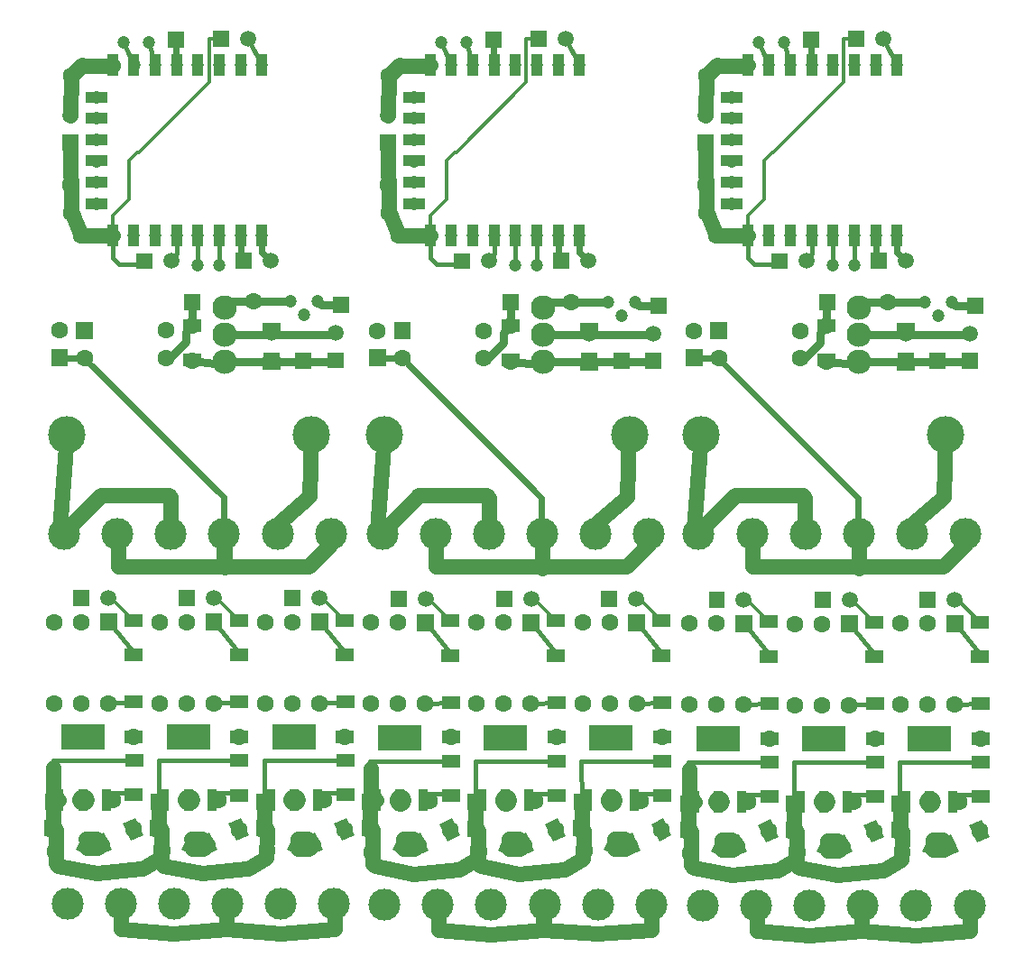
<source format=gbr>
%FSLAX34Y34*%
%MOMM*%
%LNCOPPER_TOP*%
G71*
G01*
%ADD10R, 1.050X2.000*%
%ADD11R, 2.000X1.000*%
%ADD12C, 1.400*%
%ADD13C, 1.600*%
%ADD14C, 1.200*%
%ADD15C, 1.520*%
%ADD16C, 0.400*%
%ADD17C, 0.600*%
%ADD18C, 0.300*%
%ADD19C, 3.500*%
%ADD20C, 1.600*%
%ADD21C, 3.000*%
%ADD22R, 1.800X1.300*%
%ADD23C, 2.300*%
%ADD24C, 0.800*%
%ADD25C, 1.200*%
%ADD26R, 0.900X2.000*%
%ADD27R, 4.100X2.400*%
%ADD28C, 1.600*%
%ADD29R, 1.500X1.600*%
%ADD30R, 1.600X1.600*%
%ADD31C, 2.000*%
%LPD*%
X210700Y957600D02*
G54D10*
D03*
X190700Y957600D02*
G54D10*
D03*
X170700Y957600D02*
G54D10*
D03*
X150700Y957600D02*
G54D10*
D03*
X130700Y957600D02*
G54D10*
D03*
X110700Y957600D02*
G54D10*
D03*
X90700Y957600D02*
G54D10*
D03*
X70700Y957600D02*
G54D10*
D03*
X210700Y797600D02*
G54D10*
D03*
X190700Y797600D02*
G54D10*
D03*
X170700Y797600D02*
G54D10*
D03*
X150700Y797600D02*
G54D10*
D03*
X130700Y797600D02*
G54D10*
D03*
X110700Y797600D02*
G54D10*
D03*
X90700Y797600D02*
G54D10*
D03*
X70700Y797600D02*
G54D10*
D03*
X55700Y927600D02*
G54D11*
D03*
X55700Y907600D02*
G54D11*
D03*
X55700Y887600D02*
G54D11*
D03*
X55700Y867600D02*
G54D11*
D03*
X55700Y847600D02*
G54D11*
D03*
X55700Y827600D02*
G54D11*
D03*
G54D12*
X31322Y884609D02*
X31932Y819178D01*
X33810Y817300D01*
X33810Y816300D01*
X41100Y797700D01*
X70700Y797600D01*
X32022Y947422D02*
G54D13*
D03*
X31932Y819178D02*
G54D13*
D03*
X210739Y957395D02*
G54D14*
D03*
X190739Y957395D02*
G54D14*
D03*
X170739Y957395D02*
G54D14*
D03*
X150739Y957395D02*
G54D14*
D03*
X130739Y957395D02*
G54D14*
D03*
X110739Y957395D02*
G54D14*
D03*
X90739Y957395D02*
G54D14*
D03*
X70739Y957395D02*
G54D14*
D03*
X55739Y927395D02*
G54D14*
D03*
X55739Y907395D02*
G54D14*
D03*
X55739Y887395D02*
G54D14*
D03*
X55739Y867395D02*
G54D14*
D03*
X55739Y847395D02*
G54D14*
D03*
X55739Y827395D02*
G54D14*
D03*
X70700Y797600D02*
G54D14*
D03*
X90700Y797600D02*
G54D14*
D03*
X110700Y797600D02*
G54D14*
D03*
X130700Y797600D02*
G54D14*
D03*
X150700Y797600D02*
G54D14*
D03*
X170700Y797600D02*
G54D14*
D03*
X190700Y797600D02*
G54D14*
D03*
X210700Y797600D02*
G54D14*
D03*
X41100Y797700D02*
G54D13*
D03*
G54D12*
X31322Y910009D02*
X32022Y947422D01*
X41922Y957743D01*
X41900Y957300D01*
X70400Y957300D01*
X70700Y957600D01*
X31222Y844978D02*
G54D13*
D03*
G36*
X137616Y974095D02*
X122416Y974095D01*
X122416Y989295D01*
X137616Y989295D01*
X137616Y974095D01*
G37*
G36*
X23722Y877009D02*
X23722Y892209D01*
X38922Y892209D01*
X38922Y877009D01*
X23722Y877009D01*
G37*
X31322Y910009D02*
G54D15*
D03*
G36*
X164700Y989500D02*
X179900Y989500D01*
X179900Y974300D01*
X164700Y974300D01*
X164700Y989500D01*
G37*
X197700Y981900D02*
G54D15*
D03*
G36*
X92900Y781200D02*
X108100Y781200D01*
X108100Y766000D01*
X92900Y766000D01*
X92900Y781200D01*
G37*
X125900Y773600D02*
G54D15*
D03*
G54D16*
X130700Y797200D02*
X130700Y781200D01*
X125900Y773600D01*
G54D16*
X210700Y957600D02*
X197700Y981900D01*
X104639Y979195D02*
G54D14*
D03*
X80639Y979195D02*
G54D14*
D03*
G54D16*
X90700Y957600D02*
X80700Y979134D01*
X80639Y979195D01*
X150800Y770100D02*
G54D14*
D03*
X170800Y770100D02*
G54D14*
D03*
G54D16*
X150700Y797600D02*
X150700Y770200D01*
X150800Y770100D01*
G54D16*
X170700Y797600D02*
X170700Y770200D01*
X170800Y770100D01*
G54D16*
X110700Y957600D02*
X104700Y979134D01*
X104639Y979195D01*
G54D17*
X130016Y981695D02*
X130016Y958283D01*
X130700Y957600D01*
G36*
X185700Y781500D02*
X200900Y781500D01*
X200900Y766300D01*
X185700Y766300D01*
X185700Y781500D01*
G37*
X218700Y773900D02*
G54D15*
D03*
G54D17*
X190700Y797600D02*
X190700Y776500D01*
X193300Y773900D01*
G54D17*
X210700Y797600D02*
X210700Y781900D01*
X218700Y773900D01*
G54D16*
X70700Y797600D02*
X70700Y776539D01*
X76612Y770628D01*
X97528Y770628D01*
X100500Y773600D01*
G54D18*
X70700Y797600D02*
X70700Y816700D01*
X86000Y832000D01*
X86000Y868000D01*
X94000Y876000D01*
X95000Y876000D01*
X161000Y942000D01*
X161000Y982000D01*
X172200Y982000D01*
X172300Y981900D01*
X508700Y957600D02*
G54D10*
D03*
X488700Y957600D02*
G54D10*
D03*
X468700Y957600D02*
G54D10*
D03*
X448700Y957600D02*
G54D10*
D03*
X428700Y957600D02*
G54D10*
D03*
X408700Y957600D02*
G54D10*
D03*
X388700Y957600D02*
G54D10*
D03*
X368700Y957600D02*
G54D10*
D03*
X508700Y797600D02*
G54D10*
D03*
X488700Y797600D02*
G54D10*
D03*
X468700Y797600D02*
G54D10*
D03*
X448700Y797600D02*
G54D10*
D03*
X428700Y797600D02*
G54D10*
D03*
X408700Y797600D02*
G54D10*
D03*
X388700Y797600D02*
G54D10*
D03*
X368700Y797600D02*
G54D10*
D03*
X353700Y927600D02*
G54D11*
D03*
X353700Y907600D02*
G54D11*
D03*
X353700Y887600D02*
G54D11*
D03*
X353700Y867600D02*
G54D11*
D03*
X353700Y847600D02*
G54D11*
D03*
X353700Y827600D02*
G54D11*
D03*
G54D12*
X329322Y884609D02*
X329932Y819178D01*
X331810Y817300D01*
X331810Y816300D01*
X339100Y797700D01*
X368700Y797600D01*
X330022Y947422D02*
G54D13*
D03*
X329932Y819178D02*
G54D13*
D03*
X508739Y957395D02*
G54D14*
D03*
X488739Y957395D02*
G54D14*
D03*
X468739Y957395D02*
G54D14*
D03*
X448739Y957395D02*
G54D14*
D03*
X428739Y957395D02*
G54D14*
D03*
X408739Y957395D02*
G54D14*
D03*
X388739Y957395D02*
G54D14*
D03*
X368739Y957395D02*
G54D14*
D03*
X353739Y927395D02*
G54D14*
D03*
X353739Y907395D02*
G54D14*
D03*
X353739Y887395D02*
G54D14*
D03*
X353739Y867395D02*
G54D14*
D03*
X353739Y847395D02*
G54D14*
D03*
X353739Y827395D02*
G54D14*
D03*
X368700Y797600D02*
G54D14*
D03*
X388700Y797600D02*
G54D14*
D03*
X408700Y797600D02*
G54D14*
D03*
X428700Y797600D02*
G54D14*
D03*
X448700Y797600D02*
G54D14*
D03*
X468700Y797600D02*
G54D14*
D03*
X488700Y797600D02*
G54D14*
D03*
X508700Y797600D02*
G54D14*
D03*
X339100Y797700D02*
G54D13*
D03*
G54D12*
X329322Y910009D02*
X330022Y947422D01*
X339922Y957743D01*
X339900Y957300D01*
X368400Y957300D01*
X368700Y957600D01*
X329222Y844978D02*
G54D13*
D03*
G36*
X435616Y974095D02*
X420416Y974095D01*
X420416Y989295D01*
X435616Y989295D01*
X435616Y974095D01*
G37*
G36*
X321722Y877009D02*
X321722Y892209D01*
X336922Y892209D01*
X336922Y877009D01*
X321722Y877009D01*
G37*
X329322Y910009D02*
G54D15*
D03*
G36*
X462700Y989500D02*
X477900Y989500D01*
X477900Y974300D01*
X462700Y974300D01*
X462700Y989500D01*
G37*
X495700Y981900D02*
G54D15*
D03*
G36*
X390900Y781200D02*
X406100Y781200D01*
X406100Y766000D01*
X390900Y766000D01*
X390900Y781200D01*
G37*
X423900Y773600D02*
G54D15*
D03*
G54D16*
X428700Y797200D02*
X428700Y781200D01*
X423900Y773600D01*
G54D16*
X508700Y957600D02*
X495700Y981900D01*
X402639Y979195D02*
G54D14*
D03*
X378639Y979195D02*
G54D14*
D03*
G54D16*
X388700Y957600D02*
X378700Y979134D01*
X378639Y979195D01*
X448800Y770100D02*
G54D14*
D03*
X468800Y770100D02*
G54D14*
D03*
G54D16*
X448700Y797600D02*
X448700Y770200D01*
X448800Y770100D01*
G54D16*
X468700Y797600D02*
X468700Y770200D01*
X468800Y770100D01*
G54D16*
X408700Y957600D02*
X402700Y979134D01*
X402639Y979195D01*
G54D17*
X428016Y981695D02*
X428016Y958283D01*
X428700Y957600D01*
G36*
X483700Y781500D02*
X498900Y781500D01*
X498900Y766300D01*
X483700Y766300D01*
X483700Y781500D01*
G37*
X516700Y773900D02*
G54D15*
D03*
G54D17*
X488700Y797600D02*
X488700Y776500D01*
X491300Y773900D01*
G54D17*
X508700Y797600D02*
X508700Y781900D01*
X516700Y773900D01*
G54D16*
X368700Y797600D02*
X368700Y776539D01*
X374612Y770628D01*
X395528Y770628D01*
X398500Y773600D01*
G54D18*
X368700Y797600D02*
X368700Y816700D01*
X384000Y832000D01*
X384000Y868000D01*
X392000Y876000D01*
X393000Y876000D01*
X459000Y942000D01*
X459000Y982000D01*
X470200Y982000D01*
X470300Y981900D01*
X806700Y957600D02*
G54D10*
D03*
X786700Y957600D02*
G54D10*
D03*
X766700Y957600D02*
G54D10*
D03*
X746700Y957600D02*
G54D10*
D03*
X726700Y957600D02*
G54D10*
D03*
X706700Y957600D02*
G54D10*
D03*
X686700Y957600D02*
G54D10*
D03*
X666700Y957600D02*
G54D10*
D03*
X806700Y797600D02*
G54D10*
D03*
X786700Y797600D02*
G54D10*
D03*
X766700Y797600D02*
G54D10*
D03*
X746700Y797600D02*
G54D10*
D03*
X726700Y797600D02*
G54D10*
D03*
X706700Y797600D02*
G54D10*
D03*
X686700Y797600D02*
G54D10*
D03*
X666700Y797600D02*
G54D10*
D03*
X651700Y927600D02*
G54D11*
D03*
X651700Y907600D02*
G54D11*
D03*
X651700Y887600D02*
G54D11*
D03*
X651700Y867600D02*
G54D11*
D03*
X651700Y847600D02*
G54D11*
D03*
X651700Y827600D02*
G54D11*
D03*
G54D12*
X627322Y884609D02*
X627932Y819178D01*
X629810Y817300D01*
X629810Y816300D01*
X637100Y797700D01*
X666700Y797600D01*
X628022Y947422D02*
G54D13*
D03*
X627932Y819178D02*
G54D13*
D03*
X806739Y957395D02*
G54D14*
D03*
X786739Y957395D02*
G54D14*
D03*
X766739Y957395D02*
G54D14*
D03*
X746739Y957395D02*
G54D14*
D03*
X726739Y957395D02*
G54D14*
D03*
X706739Y957395D02*
G54D14*
D03*
X686739Y957395D02*
G54D14*
D03*
X666739Y957395D02*
G54D14*
D03*
X651739Y927395D02*
G54D14*
D03*
X651739Y907395D02*
G54D14*
D03*
X651739Y887395D02*
G54D14*
D03*
X651739Y867395D02*
G54D14*
D03*
X651739Y847395D02*
G54D14*
D03*
X651739Y827395D02*
G54D14*
D03*
X666700Y797600D02*
G54D14*
D03*
X686700Y797600D02*
G54D14*
D03*
X706700Y797600D02*
G54D14*
D03*
X726700Y797600D02*
G54D14*
D03*
X746700Y797600D02*
G54D14*
D03*
X766700Y797600D02*
G54D14*
D03*
X786700Y797600D02*
G54D14*
D03*
X806700Y797600D02*
G54D14*
D03*
X637100Y797700D02*
G54D13*
D03*
G54D12*
X627322Y910009D02*
X628022Y947422D01*
X637922Y957743D01*
X637900Y957300D01*
X666400Y957300D01*
X666700Y957600D01*
X627222Y844978D02*
G54D13*
D03*
G36*
X733616Y974095D02*
X718416Y974095D01*
X718416Y989295D01*
X733616Y989295D01*
X733616Y974095D01*
G37*
G36*
X619722Y877009D02*
X619722Y892209D01*
X634922Y892209D01*
X634922Y877009D01*
X619722Y877009D01*
G37*
X627322Y910009D02*
G54D15*
D03*
G36*
X760700Y989500D02*
X775900Y989500D01*
X775900Y974300D01*
X760700Y974300D01*
X760700Y989500D01*
G37*
X793700Y981900D02*
G54D15*
D03*
G36*
X688900Y781200D02*
X704100Y781200D01*
X704100Y766000D01*
X688900Y766000D01*
X688900Y781200D01*
G37*
X721900Y773600D02*
G54D15*
D03*
G54D16*
X726700Y797200D02*
X726700Y781200D01*
X721900Y773600D01*
G54D16*
X806700Y957600D02*
X793700Y981900D01*
X700639Y979195D02*
G54D14*
D03*
X676639Y979195D02*
G54D14*
D03*
G54D16*
X686700Y957600D02*
X676700Y979134D01*
X676639Y979195D01*
X746800Y770100D02*
G54D14*
D03*
X766800Y770100D02*
G54D14*
D03*
G54D16*
X746700Y797600D02*
X746700Y770200D01*
X746800Y770100D01*
G54D16*
X766700Y797600D02*
X766700Y770200D01*
X766800Y770100D01*
G54D16*
X706700Y957600D02*
X700700Y979134D01*
X700639Y979195D01*
G54D17*
X726016Y981695D02*
X726016Y958283D01*
X726700Y957600D01*
G36*
X781700Y781500D02*
X796900Y781500D01*
X796900Y766300D01*
X781700Y766300D01*
X781700Y781500D01*
G37*
X814700Y773900D02*
G54D15*
D03*
G54D17*
X786700Y797600D02*
X786700Y776500D01*
X789300Y773900D01*
G54D17*
X806700Y797600D02*
X806700Y781900D01*
X814700Y773900D01*
G54D16*
X666700Y797600D02*
X666700Y776539D01*
X672612Y770628D01*
X693528Y770628D01*
X696500Y773600D01*
G54D18*
X666700Y797600D02*
X666700Y816700D01*
X682000Y832000D01*
X682000Y868000D01*
X690000Y876000D01*
X691000Y876000D01*
X757000Y942000D01*
X757000Y982000D01*
X768200Y982000D01*
X768300Y981900D01*
X27320Y610700D02*
G54D19*
D03*
X257320Y610700D02*
G54D19*
D03*
X27320Y610700D02*
G54D19*
D03*
X257320Y610700D02*
G54D19*
D03*
X27320Y610700D02*
G54D19*
D03*
X257320Y610700D02*
G54D19*
D03*
G36*
X36332Y716461D02*
X52332Y716461D01*
X52332Y700461D01*
X36332Y700461D01*
X36332Y716461D01*
G37*
X44332Y682961D02*
G54D20*
D03*
X120832Y708461D02*
G54D20*
D03*
X120832Y682961D02*
G54D20*
D03*
X20885Y708696D02*
G54D13*
D03*
G36*
X12885Y675296D02*
X12885Y691296D01*
X28885Y691296D01*
X28885Y675296D01*
X12885Y675296D01*
G37*
X202877Y735724D02*
G54D13*
D03*
X275380Y517700D02*
G54D21*
D03*
X225380Y517700D02*
G54D21*
D03*
X175380Y517700D02*
G54D21*
D03*
X125380Y517700D02*
G54D21*
D03*
X75400Y517700D02*
G54D21*
D03*
X25400Y517700D02*
G54D21*
D03*
G54D12*
X275380Y517700D02*
X275380Y508080D01*
X254500Y487200D01*
X176900Y487200D01*
X175600Y485900D01*
X175600Y517480D01*
X175380Y517700D01*
X175380Y488720D01*
X176900Y487200D01*
X75600Y487200D01*
X75600Y517500D01*
X75400Y517700D01*
G54D12*
X225380Y517700D02*
X225380Y526880D01*
X255400Y552900D01*
X256720Y610100D01*
X257320Y610700D01*
G54D12*
X27320Y610700D02*
X21000Y522100D01*
X25400Y517700D01*
G54D12*
X25400Y517700D02*
X25400Y519400D01*
X59900Y553900D01*
X123300Y553900D01*
X125300Y551900D01*
X125300Y517780D01*
X125380Y517700D01*
X145647Y713473D02*
G54D22*
D03*
X145547Y680973D02*
G54D22*
D03*
X176001Y730403D02*
G54D23*
D03*
X176001Y705003D02*
G54D23*
D03*
X176001Y679603D02*
G54D23*
D03*
X176001Y730403D02*
G54D23*
D03*
X176001Y705003D02*
G54D23*
D03*
X176001Y679603D02*
G54D23*
D03*
X145547Y679973D02*
G54D13*
D03*
G36*
X272271Y672879D02*
X272271Y688079D01*
X287471Y688079D01*
X287471Y672879D01*
X272271Y672879D01*
G37*
X279871Y705879D02*
G54D15*
D03*
G54D24*
X176001Y679603D02*
X278994Y679603D01*
X279871Y680479D01*
G54D24*
X176001Y705003D02*
X278994Y705003D01*
X279871Y705879D01*
G54D24*
X120832Y682961D02*
X124558Y682961D01*
X139000Y697403D01*
X139000Y706826D01*
X145647Y713473D01*
X145628Y735473D01*
X145706Y735395D01*
G36*
X212271Y672879D02*
X212271Y688079D01*
X227471Y688079D01*
X227471Y672879D01*
X212271Y672879D01*
G37*
X219871Y705879D02*
G54D15*
D03*
G36*
X138106Y742995D02*
X153306Y742995D01*
X153306Y727795D01*
X138106Y727795D01*
X138106Y742995D01*
G37*
X219871Y709879D02*
G54D22*
D03*
X219771Y677379D02*
G54D22*
D03*
X237600Y735550D02*
G54D25*
D03*
X250300Y722850D02*
G54D25*
D03*
X263000Y735550D02*
G54D25*
D03*
X237600Y735550D02*
G54D25*
D03*
X250300Y722850D02*
G54D25*
D03*
X263000Y735550D02*
G54D25*
D03*
X145647Y713473D02*
G54D13*
D03*
G54D24*
X145547Y679973D02*
X173371Y676973D01*
X176001Y679603D01*
G36*
X242106Y687995D02*
X257306Y687995D01*
X257306Y672795D01*
X242106Y672795D01*
X242106Y687995D01*
G37*
G36*
X277106Y739995D02*
X292306Y739995D01*
X292306Y724795D01*
X277106Y724795D01*
X277106Y739995D01*
G37*
G54D24*
X237600Y735550D02*
X181148Y735550D01*
X176001Y730403D01*
G54D24*
X284706Y732395D02*
X266155Y732395D01*
X263000Y735550D01*
G54D17*
X175000Y517000D02*
X175000Y552000D01*
X44000Y683000D01*
X20000Y683000D01*
X325614Y610305D02*
G54D19*
D03*
X555614Y610305D02*
G54D19*
D03*
X325614Y610305D02*
G54D19*
D03*
X555614Y610305D02*
G54D19*
D03*
X325614Y610305D02*
G54D19*
D03*
X555614Y610305D02*
G54D19*
D03*
G36*
X334626Y716066D02*
X350626Y716066D01*
X350626Y700066D01*
X334626Y700066D01*
X334626Y716066D01*
G37*
X342626Y682566D02*
G54D20*
D03*
X419126Y708066D02*
G54D20*
D03*
X419126Y682566D02*
G54D20*
D03*
X319179Y708301D02*
G54D13*
D03*
G36*
X311179Y674901D02*
X311179Y690901D01*
X327179Y690901D01*
X327179Y674901D01*
X311179Y674901D01*
G37*
X501171Y735329D02*
G54D13*
D03*
X573674Y517304D02*
G54D21*
D03*
X523674Y517304D02*
G54D21*
D03*
X473674Y517304D02*
G54D21*
D03*
X423674Y517304D02*
G54D21*
D03*
X373694Y517305D02*
G54D21*
D03*
X323694Y517305D02*
G54D21*
D03*
G54D12*
X573674Y517304D02*
X573674Y507685D01*
X552794Y486805D01*
X475194Y486805D01*
X473894Y485505D01*
X473894Y517084D01*
X473674Y517304D01*
X473674Y488325D01*
X475194Y486805D01*
X373894Y486805D01*
X373894Y517105D01*
X373694Y517305D01*
G54D12*
X523674Y517304D02*
X523674Y526485D01*
X553694Y552505D01*
X555014Y609705D01*
X555614Y610305D01*
G54D12*
X325614Y610305D02*
X319294Y521705D01*
X323694Y517305D01*
G54D12*
X323694Y517305D02*
X323694Y519005D01*
X358194Y553505D01*
X421594Y553505D01*
X423594Y551505D01*
X423594Y517384D01*
X423674Y517304D01*
X443942Y713078D02*
G54D22*
D03*
X443842Y680578D02*
G54D22*
D03*
X474295Y730007D02*
G54D23*
D03*
X474295Y704607D02*
G54D23*
D03*
X474295Y679207D02*
G54D23*
D03*
X474295Y730007D02*
G54D23*
D03*
X474295Y704607D02*
G54D23*
D03*
X474295Y679207D02*
G54D23*
D03*
X443842Y679578D02*
G54D13*
D03*
G36*
X570565Y672484D02*
X570565Y687684D01*
X585765Y687684D01*
X585765Y672484D01*
X570565Y672484D01*
G37*
X578165Y705484D02*
G54D15*
D03*
G54D24*
X474295Y679207D02*
X577289Y679207D01*
X578165Y680084D01*
G54D24*
X474295Y704607D02*
X577289Y704607D01*
X578165Y705484D01*
G54D24*
X419126Y682566D02*
X422852Y682566D01*
X437295Y697008D01*
X437295Y706430D01*
X443942Y713078D01*
X443922Y735078D01*
X444000Y735000D01*
G36*
X510565Y672484D02*
X510565Y687684D01*
X525765Y687684D01*
X525765Y672484D01*
X510565Y672484D01*
G37*
X518165Y705484D02*
G54D15*
D03*
G36*
X436400Y742600D02*
X451600Y742600D01*
X451600Y727400D01*
X436400Y727400D01*
X436400Y742600D01*
G37*
X518165Y709484D02*
G54D22*
D03*
X518065Y676984D02*
G54D22*
D03*
X535894Y735155D02*
G54D25*
D03*
X548594Y722455D02*
G54D25*
D03*
X561294Y735155D02*
G54D25*
D03*
X535894Y735155D02*
G54D25*
D03*
X548594Y722455D02*
G54D25*
D03*
X561294Y735155D02*
G54D25*
D03*
X443942Y713078D02*
G54D13*
D03*
G54D24*
X443842Y679578D02*
X471665Y676578D01*
X474295Y679207D01*
G36*
X540400Y672400D02*
X555600Y672400D01*
X555600Y687600D01*
X540400Y687600D01*
X540400Y672400D01*
G37*
G36*
X575400Y739600D02*
X590600Y739600D01*
X590600Y724400D01*
X575400Y724400D01*
X575400Y739600D01*
G37*
G54D24*
X535894Y735155D02*
X479442Y735155D01*
X474295Y730007D01*
G54D24*
X583000Y732000D02*
X564449Y732000D01*
X561294Y735155D01*
G54D17*
X473294Y516605D02*
X473294Y551605D01*
X342294Y682605D01*
X318294Y682605D01*
X622614Y610305D02*
G54D19*
D03*
X852614Y610305D02*
G54D19*
D03*
X622614Y610305D02*
G54D19*
D03*
X852614Y610305D02*
G54D19*
D03*
X622614Y610305D02*
G54D19*
D03*
X852614Y610305D02*
G54D19*
D03*
G36*
X631626Y700066D02*
X647626Y700066D01*
X647626Y716066D01*
X631626Y716066D01*
X631626Y700066D01*
G37*
X639626Y682566D02*
G54D20*
D03*
X716126Y708066D02*
G54D20*
D03*
X716126Y682566D02*
G54D20*
D03*
X616179Y708301D02*
G54D13*
D03*
G36*
X624179Y674901D02*
X624179Y690901D01*
X608179Y690901D01*
X608179Y674901D01*
X624179Y674901D01*
G37*
X798171Y735329D02*
G54D13*
D03*
X870674Y517304D02*
G54D21*
D03*
X820674Y517304D02*
G54D21*
D03*
X770674Y517304D02*
G54D21*
D03*
X720674Y517304D02*
G54D21*
D03*
X670694Y517305D02*
G54D21*
D03*
X620694Y517305D02*
G54D21*
D03*
G54D12*
X870674Y517304D02*
X870674Y507685D01*
X849794Y486805D01*
X772194Y486805D01*
X770894Y485505D01*
X770894Y517084D01*
X770674Y517304D01*
X770674Y488325D01*
X772194Y486805D01*
X670894Y486805D01*
X670894Y517105D01*
X670694Y517305D01*
G54D12*
X820674Y517304D02*
X820674Y526485D01*
X850694Y552505D01*
X852014Y609705D01*
X852614Y610305D01*
G54D12*
X622614Y610305D02*
X616294Y521705D01*
X620694Y517305D01*
G54D12*
X620694Y517305D02*
X620694Y519005D01*
X655194Y553505D01*
X718594Y553505D01*
X720594Y551505D01*
X720594Y517384D01*
X720674Y517304D01*
X740942Y713078D02*
G54D22*
D03*
X740842Y680578D02*
G54D22*
D03*
X771295Y730007D02*
G54D23*
D03*
X771295Y704607D02*
G54D23*
D03*
X771295Y679207D02*
G54D23*
D03*
X771295Y730007D02*
G54D23*
D03*
X771295Y704607D02*
G54D23*
D03*
X771295Y679207D02*
G54D23*
D03*
X740842Y679578D02*
G54D13*
D03*
G36*
X867565Y672484D02*
X867565Y687684D01*
X882765Y687684D01*
X882765Y672484D01*
X867565Y672484D01*
G37*
X875165Y705484D02*
G54D15*
D03*
G54D24*
X771295Y679207D02*
X874289Y679207D01*
X875165Y680084D01*
G54D24*
X771295Y704607D02*
X874289Y704607D01*
X875165Y705484D01*
G54D24*
X716126Y682566D02*
X719852Y682566D01*
X734295Y697008D01*
X734295Y706430D01*
X740942Y713078D01*
X740922Y735078D01*
X741000Y735000D01*
G36*
X807565Y672484D02*
X807565Y687684D01*
X822765Y687684D01*
X822765Y672484D01*
X807565Y672484D01*
G37*
X815165Y705484D02*
G54D15*
D03*
G36*
X733400Y742600D02*
X748600Y742600D01*
X748600Y727400D01*
X733400Y727400D01*
X733400Y742600D01*
G37*
X815165Y709484D02*
G54D22*
D03*
X815065Y676984D02*
G54D22*
D03*
X832894Y735155D02*
G54D25*
D03*
X845594Y722455D02*
G54D25*
D03*
X858294Y735155D02*
G54D25*
D03*
X832894Y735155D02*
G54D25*
D03*
X845594Y722455D02*
G54D25*
D03*
X858294Y735155D02*
G54D25*
D03*
X740942Y713078D02*
G54D13*
D03*
G54D24*
X740842Y679578D02*
X768665Y676578D01*
X771295Y679207D01*
G36*
X837400Y687600D02*
X852600Y687600D01*
X852600Y672400D01*
X837400Y672400D01*
X837400Y687600D01*
G37*
G36*
X872400Y739600D02*
X887600Y739600D01*
X887600Y724400D01*
X872400Y724400D01*
X872400Y739600D01*
G37*
G54D24*
X832894Y735155D02*
X776442Y735155D01*
X771295Y730007D01*
G54D24*
X880000Y732000D02*
X861449Y732000D01*
X858294Y735155D01*
G54D17*
X770294Y516605D02*
X770294Y551605D01*
X639294Y682605D01*
X615294Y682605D01*
X278454Y170129D02*
G54D21*
D03*
X228454Y170129D02*
G54D21*
D03*
G54D12*
X177454Y170129D02*
X177454Y146529D01*
X228154Y142529D01*
X278954Y146529D01*
X278454Y170129D01*
X178454Y170129D02*
G54D21*
D03*
X128454Y170129D02*
G54D21*
D03*
X20372Y268001D02*
G54D26*
D03*
X42572Y268001D02*
G54D26*
D03*
X64872Y268001D02*
G54D26*
D03*
X42572Y326800D02*
G54D27*
D03*
G36*
X15135Y248659D02*
X23020Y244982D01*
X16258Y230481D01*
X8373Y234158D01*
X15135Y248659D01*
G37*
G36*
X42687Y235811D02*
X50572Y232134D01*
X43810Y217633D01*
X35925Y221310D01*
X42687Y235811D01*
G37*
G36*
X74654Y426929D02*
X58654Y426929D01*
X58654Y442929D01*
X74654Y442929D01*
X74654Y426929D01*
G37*
X41254Y434929D02*
G54D28*
D03*
X15854Y434929D02*
G54D28*
D03*
X15854Y358729D02*
G54D28*
D03*
X41254Y358729D02*
G54D28*
D03*
X66654Y358729D02*
G54D28*
D03*
X90575Y327228D02*
G54D22*
D03*
X90675Y359729D02*
G54D22*
D03*
X90735Y304972D02*
G54D22*
D03*
X90635Y272472D02*
G54D22*
D03*
G36*
X50669Y231990D02*
X62450Y237484D01*
X70058Y221171D01*
X58276Y215677D01*
X50669Y231990D01*
G37*
G36*
X80166Y245635D02*
X91948Y251129D01*
X99555Y234815D01*
X87773Y229321D01*
X80166Y245635D01*
G37*
X14433Y241587D02*
G54D29*
D03*
X41685Y266764D02*
G54D13*
D03*
X15099Y266240D02*
G54D13*
D03*
X17196Y238170D02*
G54D13*
D03*
X89963Y240225D02*
G54D13*
D03*
X14999Y266240D02*
G54D30*
D03*
G54D31*
X43168Y267781D02*
X43362Y267955D01*
X70685Y267764D02*
G54D13*
D03*
G54D16*
X64072Y274501D02*
X88607Y274501D01*
X90635Y272472D01*
G54D16*
X90735Y304972D02*
X14919Y304872D01*
X14775Y304829D01*
X14999Y266240D01*
X15099Y266240D01*
G54D16*
X90675Y359729D02*
X67057Y358729D01*
X90229Y436557D02*
G54D22*
D03*
X90129Y404057D02*
G54D22*
D03*
X90575Y327228D02*
G54D13*
D03*
G54D16*
X90129Y404057D02*
X90129Y406257D01*
X67057Y434929D01*
X78454Y170129D02*
G54D21*
D03*
X28454Y170129D02*
G54D21*
D03*
G54D12*
X46254Y222429D02*
X56211Y222429D01*
X60363Y226580D01*
X50902Y226580D01*
X45754Y231729D01*
X55215Y231729D01*
X60363Y226580D01*
X119397Y267872D02*
G54D26*
D03*
X141597Y267872D02*
G54D26*
D03*
X163897Y267872D02*
G54D26*
D03*
X141597Y326672D02*
G54D27*
D03*
G36*
X114160Y248532D02*
X122045Y244855D01*
X115283Y230354D01*
X107398Y234031D01*
X114160Y248532D01*
G37*
G36*
X141712Y235684D02*
X149597Y232007D01*
X142835Y217506D01*
X134950Y221183D01*
X141712Y235684D01*
G37*
G36*
X173679Y426800D02*
X157679Y426800D01*
X157679Y442800D01*
X173679Y442800D01*
X173679Y426800D01*
G37*
X140279Y434800D02*
G54D28*
D03*
X114879Y434800D02*
G54D28*
D03*
X114879Y358600D02*
G54D28*
D03*
X140279Y358600D02*
G54D28*
D03*
X165679Y358600D02*
G54D28*
D03*
X189600Y327100D02*
G54D22*
D03*
X189700Y359600D02*
G54D22*
D03*
X189760Y304844D02*
G54D22*
D03*
X189660Y272344D02*
G54D22*
D03*
G36*
X149693Y231862D02*
X161475Y237356D01*
X169082Y221042D01*
X157300Y215548D01*
X149693Y231862D01*
G37*
G36*
X179191Y245506D02*
X190973Y251000D01*
X198580Y234686D01*
X186798Y229192D01*
X179191Y245506D01*
G37*
X113458Y241459D02*
G54D29*
D03*
X140710Y266636D02*
G54D13*
D03*
X114124Y266111D02*
G54D13*
D03*
X116222Y238042D02*
G54D13*
D03*
X188988Y240096D02*
G54D13*
D03*
X114024Y266111D02*
G54D30*
D03*
G54D31*
X142193Y267653D02*
X142387Y267826D01*
X169710Y267636D02*
G54D13*
D03*
G54D16*
X163097Y274372D02*
X187632Y274372D01*
X189660Y272344D01*
G54D16*
X189760Y304844D02*
X113944Y304744D01*
X113800Y304700D01*
X114024Y266111D01*
X114124Y266111D01*
G54D16*
X189700Y359600D02*
X166082Y358600D01*
X189254Y436429D02*
G54D22*
D03*
X189154Y403929D02*
G54D22*
D03*
X189600Y327100D02*
G54D13*
D03*
G54D16*
X189154Y403929D02*
X189154Y406128D01*
X166082Y434800D01*
G54D12*
X145279Y222300D02*
X155236Y222300D01*
X159388Y226452D01*
X149927Y226452D01*
X144779Y231600D01*
X154240Y231600D01*
X159388Y226452D01*
X218597Y267972D02*
G54D26*
D03*
X240797Y267972D02*
G54D26*
D03*
X263097Y267972D02*
G54D26*
D03*
X240797Y326772D02*
G54D27*
D03*
G36*
X213360Y248630D02*
X221245Y244953D01*
X214483Y230453D01*
X206598Y234130D01*
X213360Y248630D01*
G37*
G36*
X240912Y235783D02*
X248797Y232106D01*
X242035Y217605D01*
X234150Y221282D01*
X240912Y235783D01*
G37*
G36*
X272879Y442900D02*
X256879Y442900D01*
X256879Y426900D01*
X272879Y426900D01*
X272879Y442900D01*
G37*
X239479Y434900D02*
G54D28*
D03*
X214079Y434900D02*
G54D28*
D03*
X214079Y358700D02*
G54D28*
D03*
X239479Y358700D02*
G54D28*
D03*
X264879Y358700D02*
G54D28*
D03*
X288800Y327200D02*
G54D22*
D03*
X288900Y359700D02*
G54D22*
D03*
X288960Y304944D02*
G54D22*
D03*
X288860Y272444D02*
G54D22*
D03*
G36*
X248893Y231961D02*
X260675Y237455D01*
X268282Y221142D01*
X256501Y215648D01*
X248893Y231961D01*
G37*
G36*
X278390Y245606D02*
X290173Y251100D01*
X297780Y234786D01*
X285997Y229292D01*
X278390Y245606D01*
G37*
X212658Y241559D02*
G54D29*
D03*
X239910Y266736D02*
G54D13*
D03*
X213324Y266211D02*
G54D13*
D03*
X215422Y238142D02*
G54D13*
D03*
X288188Y240196D02*
G54D13*
D03*
X213224Y266211D02*
G54D30*
D03*
G54D31*
X241393Y267753D02*
X241587Y267926D01*
X268910Y267736D02*
G54D13*
D03*
G54D16*
X262297Y274472D02*
X286832Y274472D01*
X288860Y272444D01*
G54D16*
X288960Y304944D02*
X213144Y304844D01*
X213000Y304800D01*
X213224Y266211D01*
X213324Y266211D01*
G54D16*
X288900Y359700D02*
X265282Y358700D01*
X288454Y436529D02*
G54D22*
D03*
X288354Y404029D02*
G54D22*
D03*
X288800Y327200D02*
G54D13*
D03*
G54D16*
X288354Y404029D02*
X288354Y406228D01*
X265282Y434900D01*
G54D12*
X244479Y222400D02*
X254436Y222400D01*
X258588Y226552D01*
X249127Y226552D01*
X243979Y231700D01*
X253440Y231700D01*
X258588Y226552D01*
G54D12*
X15254Y298029D02*
X15254Y273119D01*
X20372Y268001D01*
G54D12*
X14999Y266240D02*
X14999Y240368D01*
X17196Y238170D01*
G54D12*
X114024Y266111D02*
X114024Y240239D01*
X116222Y238042D01*
G54D12*
X213324Y266211D02*
X213324Y240339D01*
X215522Y238142D01*
G54D12*
X78754Y170529D02*
X78754Y146929D01*
X79154Y146529D01*
X127954Y142129D01*
X177454Y146529D01*
X178454Y170129D01*
G54D12*
X17196Y238170D02*
X17196Y208386D01*
X19454Y206129D01*
X55454Y199129D01*
X97454Y203129D01*
X98454Y203129D01*
X115454Y213274D01*
X116222Y238042D01*
G54D12*
X116222Y238042D02*
X116222Y208257D01*
X118479Y206000D01*
X154479Y199000D01*
X196479Y203000D01*
X197479Y203000D01*
X214479Y213145D01*
X215246Y237913D01*
X16675Y219507D02*
G54D13*
D03*
X116975Y220207D02*
G54D13*
D03*
X215775Y220607D02*
G54D13*
D03*
G36*
X33754Y464929D02*
X48954Y464929D01*
X48954Y449729D01*
X33754Y449729D01*
X33754Y464929D01*
G37*
X66754Y457329D02*
G54D15*
D03*
G36*
X132854Y464929D02*
X148054Y464929D01*
X148054Y449729D01*
X132854Y449729D01*
X132854Y464929D01*
G37*
X165854Y457329D02*
G54D15*
D03*
G36*
X231754Y449729D02*
X246954Y449729D01*
X246954Y464929D01*
X231754Y464929D01*
X231754Y449729D01*
G37*
X264754Y457329D02*
G54D15*
D03*
G54D18*
X66754Y457329D02*
X69458Y457329D01*
X90229Y436557D01*
G54D18*
X165854Y457329D02*
X168354Y457329D01*
X189254Y436429D01*
G54D18*
X264754Y457329D02*
X267654Y457329D01*
X288454Y436529D01*
X575954Y169629D02*
G54D21*
D03*
X525954Y169629D02*
G54D21*
D03*
G54D12*
X474954Y169629D02*
X474954Y146029D01*
X525654Y142029D01*
X576454Y146029D01*
X575954Y169629D01*
X475954Y169629D02*
G54D21*
D03*
X425954Y169629D02*
G54D21*
D03*
X317872Y267501D02*
G54D26*
D03*
X340072Y267501D02*
G54D26*
D03*
X362372Y267501D02*
G54D26*
D03*
X340072Y326300D02*
G54D27*
D03*
G36*
X312635Y248159D02*
X320520Y244482D01*
X313758Y229981D01*
X305873Y233658D01*
X312635Y248159D01*
G37*
G36*
X340187Y235311D02*
X348072Y231634D01*
X341310Y217133D01*
X333425Y220810D01*
X340187Y235311D01*
G37*
G36*
X372154Y426429D02*
X356154Y426429D01*
X356154Y442429D01*
X372154Y442429D01*
X372154Y426429D01*
G37*
X338754Y434429D02*
G54D28*
D03*
X313354Y434429D02*
G54D28*
D03*
X313354Y358229D02*
G54D28*
D03*
X338754Y358229D02*
G54D28*
D03*
X364154Y358229D02*
G54D28*
D03*
X388075Y326728D02*
G54D22*
D03*
X388175Y359229D02*
G54D22*
D03*
X388235Y304472D02*
G54D22*
D03*
X388135Y271972D02*
G54D22*
D03*
G36*
X348169Y231490D02*
X359950Y236984D01*
X367558Y220671D01*
X355776Y215177D01*
X348169Y231490D01*
G37*
G36*
X377666Y245135D02*
X389448Y250629D01*
X397055Y234315D01*
X385273Y228821D01*
X377666Y245135D01*
G37*
X311933Y241087D02*
G54D29*
D03*
X339185Y266264D02*
G54D13*
D03*
X312599Y265740D02*
G54D13*
D03*
X314696Y237670D02*
G54D13*
D03*
X387463Y239725D02*
G54D13*
D03*
X312499Y265740D02*
G54D30*
D03*
G54D31*
X340668Y267281D02*
X340862Y267455D01*
X368185Y267264D02*
G54D13*
D03*
G54D16*
X361572Y274001D02*
X386107Y274001D01*
X388135Y271972D01*
G54D16*
X388235Y304472D02*
X312419Y304372D01*
X312275Y304329D01*
X312499Y265740D01*
X312599Y265740D01*
G54D16*
X388175Y359229D02*
X364557Y358229D01*
X387729Y436057D02*
G54D22*
D03*
X387629Y403557D02*
G54D22*
D03*
X388075Y326728D02*
G54D13*
D03*
G54D16*
X387629Y403557D02*
X387629Y405757D01*
X364557Y434429D01*
X375954Y169629D02*
G54D21*
D03*
X325954Y169629D02*
G54D21*
D03*
G54D12*
X343754Y221929D02*
X353711Y221929D01*
X357863Y226080D01*
X348402Y226080D01*
X343254Y231229D01*
X352715Y231229D01*
X357863Y226080D01*
X416897Y267372D02*
G54D26*
D03*
X439097Y267372D02*
G54D26*
D03*
X461397Y267372D02*
G54D26*
D03*
X439097Y326172D02*
G54D27*
D03*
G36*
X411660Y248032D02*
X419545Y244355D01*
X412783Y229854D01*
X404898Y233531D01*
X411660Y248032D01*
G37*
G36*
X439212Y235184D02*
X447097Y231507D01*
X440335Y217006D01*
X432450Y220683D01*
X439212Y235184D01*
G37*
G36*
X471179Y426300D02*
X455179Y426300D01*
X455179Y442300D01*
X471179Y442300D01*
X471179Y426300D01*
G37*
X437779Y434300D02*
G54D28*
D03*
X412379Y434300D02*
G54D28*
D03*
X412379Y358100D02*
G54D28*
D03*
X437779Y358100D02*
G54D28*
D03*
X463179Y358100D02*
G54D28*
D03*
X487100Y326600D02*
G54D22*
D03*
X487200Y359100D02*
G54D22*
D03*
X487260Y304344D02*
G54D22*
D03*
X487160Y271844D02*
G54D22*
D03*
G36*
X447193Y231362D02*
X458975Y236856D01*
X466582Y220542D01*
X454800Y215048D01*
X447193Y231362D01*
G37*
G36*
X476691Y245006D02*
X488473Y250500D01*
X496080Y234186D01*
X484298Y228692D01*
X476691Y245006D01*
G37*
X410958Y240959D02*
G54D29*
D03*
X438210Y266136D02*
G54D13*
D03*
X411624Y265611D02*
G54D13*
D03*
X413722Y237542D02*
G54D13*
D03*
X486488Y239596D02*
G54D13*
D03*
X411524Y265611D02*
G54D30*
D03*
G54D31*
X439693Y267153D02*
X439887Y267326D01*
X467210Y267136D02*
G54D13*
D03*
G54D16*
X460597Y273872D02*
X485132Y273872D01*
X487160Y271844D01*
G54D16*
X487260Y304344D02*
X411444Y304244D01*
X411300Y304200D01*
X411524Y265611D01*
X411624Y265611D01*
G54D16*
X487200Y359100D02*
X463582Y358100D01*
X486754Y435929D02*
G54D22*
D03*
X486654Y403429D02*
G54D22*
D03*
X487100Y326600D02*
G54D13*
D03*
G54D16*
X486654Y403429D02*
X486654Y405628D01*
X463582Y434300D01*
G54D12*
X442779Y221800D02*
X452736Y221800D01*
X456888Y225952D01*
X447427Y225952D01*
X442279Y231100D01*
X451740Y231100D01*
X456888Y225952D01*
X516097Y267472D02*
G54D26*
D03*
X538297Y267472D02*
G54D26*
D03*
X560597Y267472D02*
G54D26*
D03*
X538297Y326272D02*
G54D27*
D03*
G36*
X510860Y248130D02*
X518745Y244453D01*
X511983Y229953D01*
X504098Y233630D01*
X510860Y248130D01*
G37*
G36*
X538412Y235283D02*
X546297Y231606D01*
X539535Y217105D01*
X531650Y220782D01*
X538412Y235283D01*
G37*
G36*
X570379Y426400D02*
X554379Y426400D01*
X554379Y442400D01*
X570379Y442400D01*
X570379Y426400D01*
G37*
X536979Y434400D02*
G54D28*
D03*
X511579Y434400D02*
G54D28*
D03*
X511579Y358200D02*
G54D28*
D03*
X536979Y358200D02*
G54D28*
D03*
X562379Y358200D02*
G54D28*
D03*
X586300Y326700D02*
G54D22*
D03*
X586400Y359200D02*
G54D22*
D03*
X586460Y304444D02*
G54D22*
D03*
X586360Y271944D02*
G54D22*
D03*
G36*
X546393Y231461D02*
X558175Y236955D01*
X565782Y220642D01*
X554000Y215148D01*
X546393Y231461D01*
G37*
G36*
X575890Y245106D02*
X587672Y250600D01*
X595280Y234286D01*
X583498Y228792D01*
X575890Y245106D01*
G37*
X510158Y241059D02*
G54D29*
D03*
X537410Y266236D02*
G54D13*
D03*
X510824Y265711D02*
G54D13*
D03*
X512922Y237642D02*
G54D13*
D03*
X585688Y239696D02*
G54D13*
D03*
X510724Y265711D02*
G54D30*
D03*
G54D31*
X538893Y267253D02*
X539087Y267426D01*
X566410Y267236D02*
G54D13*
D03*
G54D16*
X559797Y273972D02*
X584332Y273972D01*
X586360Y271944D01*
G54D16*
X586460Y304444D02*
X510644Y304344D01*
X510500Y304300D01*
X510724Y265711D01*
X510824Y265711D01*
G54D16*
X586400Y359200D02*
X562782Y358200D01*
X585954Y436029D02*
G54D22*
D03*
X585854Y403529D02*
G54D22*
D03*
X586300Y326700D02*
G54D13*
D03*
G54D16*
X585854Y403529D02*
X585854Y405728D01*
X562782Y434400D01*
G54D12*
X541979Y221900D02*
X551936Y221900D01*
X556088Y226052D01*
X546627Y226052D01*
X541479Y231200D01*
X550940Y231200D01*
X556088Y226052D01*
G54D12*
X312754Y297529D02*
X312754Y272619D01*
X317872Y267501D01*
G54D12*
X312499Y265740D02*
X312499Y239868D01*
X314696Y237670D01*
G54D12*
X411524Y265611D02*
X411524Y239739D01*
X413722Y237542D01*
G54D12*
X510824Y265711D02*
X510824Y239839D01*
X513022Y237642D01*
G54D12*
X376254Y170029D02*
X376254Y146429D01*
X376654Y146029D01*
X425454Y141629D01*
X474954Y146029D01*
X475954Y169629D01*
G54D12*
X314696Y237670D02*
X314696Y207886D01*
X316954Y205629D01*
X352954Y198629D01*
X394954Y202629D01*
X395954Y202629D01*
X412954Y212774D01*
X413722Y237542D01*
G54D12*
X413722Y237542D02*
X413722Y207757D01*
X415979Y205500D01*
X451979Y198500D01*
X493979Y202500D01*
X494979Y202500D01*
X511979Y212645D01*
X512746Y237413D01*
X314175Y219007D02*
G54D13*
D03*
X414475Y219707D02*
G54D13*
D03*
X513275Y220107D02*
G54D13*
D03*
G36*
X331254Y464429D02*
X346454Y464429D01*
X346454Y449229D01*
X331254Y449229D01*
X331254Y464429D01*
G37*
X364254Y456829D02*
G54D15*
D03*
G36*
X430354Y464429D02*
X445554Y464429D01*
X445554Y449229D01*
X430354Y449229D01*
X430354Y464429D01*
G37*
X463354Y456829D02*
G54D15*
D03*
G36*
X529254Y449229D02*
X544454Y449229D01*
X544454Y464429D01*
X529254Y464429D01*
X529254Y449229D01*
G37*
X562254Y456829D02*
G54D15*
D03*
G54D18*
X364254Y456829D02*
X366958Y456829D01*
X387729Y436057D01*
G54D18*
X463354Y456829D02*
X465854Y456829D01*
X486754Y435929D01*
G54D18*
X562254Y456829D02*
X565154Y456829D01*
X585954Y436029D01*
X874754Y168529D02*
G54D21*
D03*
X824754Y168529D02*
G54D21*
D03*
G54D12*
X773754Y168529D02*
X773754Y144929D01*
X824454Y140929D01*
X875254Y144929D01*
X874754Y168529D01*
X774754Y168529D02*
G54D21*
D03*
X724754Y168529D02*
G54D21*
D03*
X616672Y266401D02*
G54D26*
D03*
X638872Y266401D02*
G54D26*
D03*
X661172Y266401D02*
G54D26*
D03*
X638872Y325200D02*
G54D27*
D03*
G36*
X611436Y247059D02*
X619320Y243382D01*
X612558Y228881D01*
X604673Y232558D01*
X611436Y247059D01*
G37*
G36*
X638987Y234211D02*
X646872Y230534D01*
X640110Y216033D01*
X632225Y219710D01*
X638987Y234211D01*
G37*
G36*
X670954Y425329D02*
X654954Y425329D01*
X654954Y441329D01*
X670954Y441329D01*
X670954Y425329D01*
G37*
X637554Y433329D02*
G54D28*
D03*
X612154Y433329D02*
G54D28*
D03*
X612154Y357129D02*
G54D28*
D03*
X637554Y357129D02*
G54D28*
D03*
X662954Y357129D02*
G54D28*
D03*
X686875Y325628D02*
G54D22*
D03*
X686975Y358129D02*
G54D22*
D03*
X687035Y303372D02*
G54D22*
D03*
X686935Y270872D02*
G54D22*
D03*
G36*
X646969Y230390D02*
X658750Y235884D01*
X666358Y219571D01*
X654576Y214077D01*
X646969Y230390D01*
G37*
G36*
X676466Y244035D02*
X688248Y249529D01*
X695855Y233215D01*
X684073Y227721D01*
X676466Y244035D01*
G37*
X610733Y239987D02*
G54D29*
D03*
X637985Y265164D02*
G54D13*
D03*
X611399Y264640D02*
G54D13*
D03*
X613496Y236570D02*
G54D13*
D03*
X686263Y238625D02*
G54D13*
D03*
X611299Y264640D02*
G54D30*
D03*
G54D31*
X639468Y266181D02*
X639662Y266355D01*
X666985Y266164D02*
G54D13*
D03*
G54D16*
X660372Y272901D02*
X684907Y272901D01*
X686935Y270872D01*
G54D16*
X687035Y303372D02*
X611219Y303272D01*
X611075Y303229D01*
X611299Y264640D01*
X611399Y264640D01*
G54D16*
X686975Y358129D02*
X663357Y357129D01*
X686529Y434957D02*
G54D22*
D03*
X686429Y402457D02*
G54D22*
D03*
X686875Y325628D02*
G54D13*
D03*
G54D16*
X686429Y402457D02*
X686429Y404657D01*
X663357Y433329D01*
X674754Y168529D02*
G54D21*
D03*
X624754Y168529D02*
G54D21*
D03*
G54D12*
X642554Y220829D02*
X652511Y220829D01*
X656663Y224980D01*
X647202Y224980D01*
X642054Y230129D01*
X651515Y230129D01*
X656663Y224980D01*
X715697Y266272D02*
G54D26*
D03*
X737897Y266272D02*
G54D26*
D03*
X760197Y266272D02*
G54D26*
D03*
X737897Y325072D02*
G54D27*
D03*
G36*
X710460Y246932D02*
X718345Y243255D01*
X711582Y228754D01*
X703698Y232431D01*
X710460Y246932D01*
G37*
G36*
X738012Y234084D02*
X745897Y230407D01*
X739135Y215906D01*
X731250Y219583D01*
X738012Y234084D01*
G37*
G36*
X769979Y425200D02*
X753979Y425200D01*
X753979Y441200D01*
X769979Y441200D01*
X769979Y425200D01*
G37*
X736579Y433200D02*
G54D28*
D03*
X711179Y433200D02*
G54D28*
D03*
X711179Y357000D02*
G54D28*
D03*
X736579Y357000D02*
G54D28*
D03*
X761979Y357000D02*
G54D28*
D03*
X785900Y325500D02*
G54D22*
D03*
X786000Y358000D02*
G54D22*
D03*
X786060Y303244D02*
G54D22*
D03*
X785960Y270744D02*
G54D22*
D03*
G36*
X745993Y230262D02*
X757775Y235756D01*
X765382Y219442D01*
X753600Y213948D01*
X745993Y230262D01*
G37*
G36*
X775491Y243906D02*
X787273Y249400D01*
X794880Y233086D01*
X783098Y227592D01*
X775491Y243906D01*
G37*
X709758Y239859D02*
G54D29*
D03*
X737010Y265036D02*
G54D13*
D03*
X710424Y264511D02*
G54D13*
D03*
X712522Y236442D02*
G54D13*
D03*
X785288Y238496D02*
G54D13*
D03*
X710324Y264511D02*
G54D30*
D03*
G54D31*
X738493Y266053D02*
X738687Y266226D01*
X766010Y266036D02*
G54D13*
D03*
G54D16*
X759397Y272772D02*
X783932Y272772D01*
X785960Y270744D01*
G54D16*
X786060Y303244D02*
X710244Y303144D01*
X710100Y303100D01*
X710324Y264511D01*
X710424Y264511D01*
G54D16*
X786000Y358000D02*
X762382Y357000D01*
X785554Y434829D02*
G54D22*
D03*
X785454Y402329D02*
G54D22*
D03*
X785900Y325500D02*
G54D13*
D03*
G54D16*
X785454Y402329D02*
X785454Y404528D01*
X762382Y433200D01*
G54D12*
X741579Y220700D02*
X751536Y220700D01*
X755688Y224852D01*
X746227Y224852D01*
X741079Y230000D01*
X750540Y230000D01*
X755688Y224852D01*
X814897Y266372D02*
G54D26*
D03*
X837097Y266372D02*
G54D26*
D03*
X859397Y266372D02*
G54D26*
D03*
X837097Y325172D02*
G54D27*
D03*
G36*
X809660Y247030D02*
X817545Y243353D01*
X810783Y228853D01*
X802898Y232530D01*
X809660Y247030D01*
G37*
G36*
X837212Y234183D02*
X845097Y230506D01*
X838335Y216005D01*
X830450Y219682D01*
X837212Y234183D01*
G37*
G36*
X869179Y441300D02*
X853179Y441300D01*
X853179Y425300D01*
X869179Y425300D01*
X869179Y441300D01*
G37*
X835779Y433300D02*
G54D28*
D03*
X810379Y433300D02*
G54D28*
D03*
X810379Y357100D02*
G54D28*
D03*
X835779Y357100D02*
G54D28*
D03*
X861179Y357100D02*
G54D28*
D03*
X885100Y325600D02*
G54D22*
D03*
X885200Y358100D02*
G54D22*
D03*
X885260Y303344D02*
G54D22*
D03*
X885160Y270844D02*
G54D22*
D03*
G36*
X845193Y230361D02*
X856975Y235855D01*
X864582Y219542D01*
X852800Y214048D01*
X845193Y230361D01*
G37*
G36*
X874690Y244006D02*
X886472Y249500D01*
X894080Y233186D01*
X882298Y227692D01*
X874690Y244006D01*
G37*
X808958Y239959D02*
G54D29*
D03*
X836210Y265136D02*
G54D13*
D03*
X809624Y264611D02*
G54D13*
D03*
X811722Y236542D02*
G54D13*
D03*
X884488Y238596D02*
G54D13*
D03*
X809524Y264611D02*
G54D30*
D03*
G54D31*
X837693Y266153D02*
X837887Y266326D01*
X865210Y266136D02*
G54D13*
D03*
G54D16*
X858597Y272872D02*
X883132Y272872D01*
X885160Y270844D01*
G54D16*
X885260Y303344D02*
X809444Y303244D01*
X809300Y303200D01*
X809524Y264611D01*
X809624Y264611D01*
G54D16*
X885200Y358100D02*
X861582Y357100D01*
X884754Y434929D02*
G54D22*
D03*
X884654Y402429D02*
G54D22*
D03*
X885100Y325600D02*
G54D13*
D03*
G54D16*
X884654Y402429D02*
X884654Y404628D01*
X861582Y433300D01*
G54D12*
X840779Y220800D02*
X850736Y220800D01*
X854888Y224952D01*
X845427Y224952D01*
X840279Y230100D01*
X849740Y230100D01*
X854888Y224952D01*
G54D12*
X611554Y296429D02*
X611554Y271519D01*
X616672Y266401D01*
G54D12*
X611299Y264640D02*
X611299Y238768D01*
X613496Y236570D01*
G54D12*
X710324Y264511D02*
X710324Y238639D01*
X712522Y236442D01*
G54D12*
X809624Y264611D02*
X809624Y238739D01*
X811822Y236542D01*
G54D12*
X675054Y168929D02*
X675054Y145329D01*
X675454Y144929D01*
X724254Y140529D01*
X773754Y144929D01*
X774754Y168529D01*
G54D12*
X613496Y236570D02*
X613496Y206786D01*
X615754Y204529D01*
X651754Y197529D01*
X693754Y201529D01*
X694754Y201529D01*
X711754Y211674D01*
X712522Y236442D01*
G54D12*
X712522Y236442D02*
X712522Y206657D01*
X714779Y204400D01*
X750779Y197400D01*
X792779Y201400D01*
X793779Y201400D01*
X810779Y211545D01*
X811546Y236313D01*
X612975Y217907D02*
G54D13*
D03*
X713275Y218607D02*
G54D13*
D03*
X812075Y219007D02*
G54D13*
D03*
G36*
X630054Y463329D02*
X645254Y463329D01*
X645254Y448129D01*
X630054Y448129D01*
X630054Y463329D01*
G37*
X663054Y455729D02*
G54D15*
D03*
G36*
X729154Y463329D02*
X744354Y463329D01*
X744354Y448129D01*
X729154Y448129D01*
X729154Y463329D01*
G37*
X762154Y455729D02*
G54D15*
D03*
G36*
X828054Y448129D02*
X843254Y448129D01*
X843254Y463329D01*
X828054Y463329D01*
X828054Y448129D01*
G37*
X861054Y455729D02*
G54D15*
D03*
G54D18*
X663054Y455729D02*
X665758Y455729D01*
X686529Y434957D01*
G54D18*
X762154Y455729D02*
X764654Y455729D01*
X785554Y434829D01*
G54D18*
X861054Y455729D02*
X863954Y455729D01*
X884754Y434929D01*
M02*

</source>
